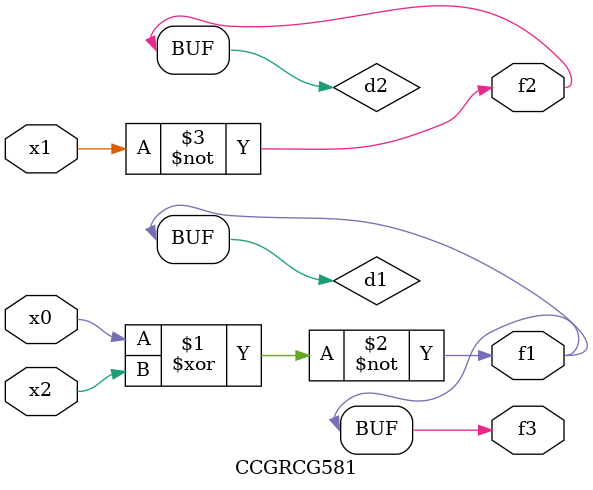
<source format=v>
module CCGRCG581(
	input x0, x1, x2,
	output f1, f2, f3
);

	wire d1, d2, d3;

	xnor (d1, x0, x2);
	nand (d2, x1);
	nor (d3, x1, x2);
	assign f1 = d1;
	assign f2 = d2;
	assign f3 = d1;
endmodule

</source>
